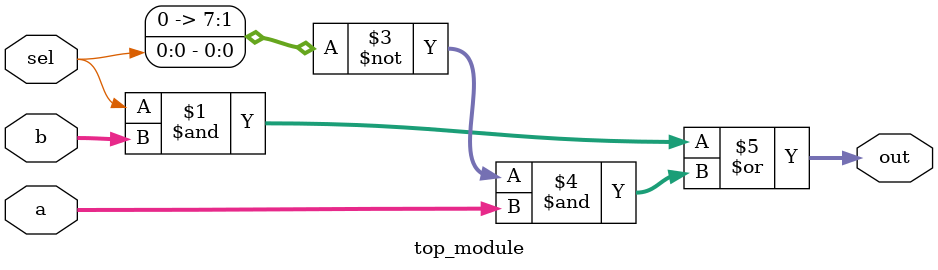
<source format=sv>
module top_module (
  input sel,
  input [7:0] a,
  input [7:0] b,
  output [7:0] out
);

  assign out = (sel & b) | (~sel & a);

endmodule

</source>
